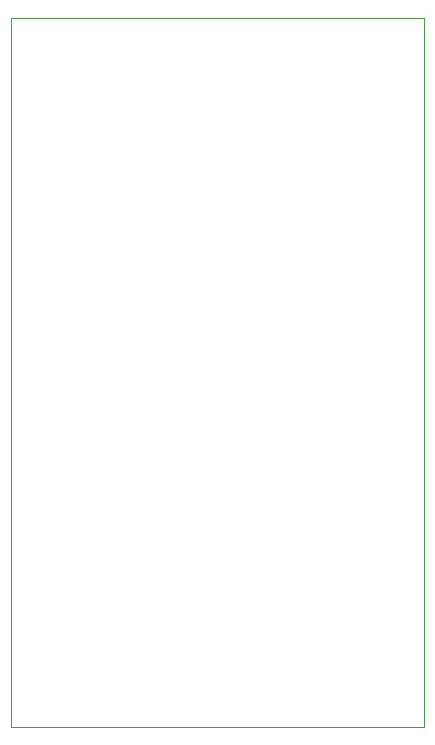
<source format=gbr>
%TF.GenerationSoftware,KiCad,Pcbnew,(5.1.6-0-10_14)*%
%TF.CreationDate,2021-01-02T16:58:20+01:00*%
%TF.ProjectId,driver-v2,64726976-6572-42d7-9632-2e6b69636164,rev?*%
%TF.SameCoordinates,Original*%
%TF.FileFunction,Profile,NP*%
%FSLAX46Y46*%
G04 Gerber Fmt 4.6, Leading zero omitted, Abs format (unit mm)*
G04 Created by KiCad (PCBNEW (5.1.6-0-10_14)) date 2021-01-02 16:58:20*
%MOMM*%
%LPD*%
G01*
G04 APERTURE LIST*
%TA.AperFunction,Profile*%
%ADD10C,0.100000*%
%TD*%
G04 APERTURE END LIST*
D10*
X55000000Y-15000000D02*
X55000000Y-75000000D01*
X55000000Y-75000000D02*
X20000000Y-75000000D01*
X55000000Y-15000000D02*
X20000000Y-15000000D01*
X20000000Y-15000000D02*
X20000000Y-75000000D01*
M02*

</source>
